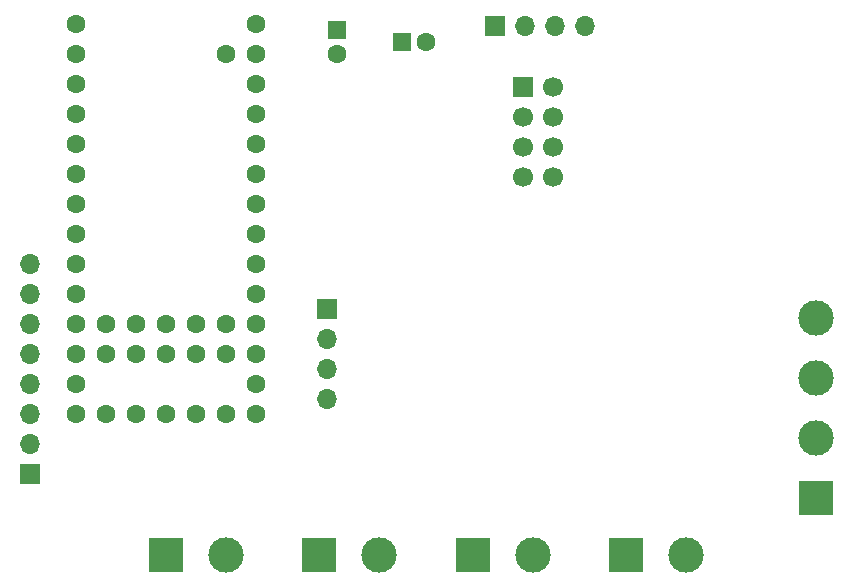
<source format=gbs>
%TF.GenerationSoftware,KiCad,Pcbnew,(6.0.6)*%
%TF.CreationDate,2022-07-07T23:15:42-04:00*%
%TF.ProjectId,Autohelm_ControlPanel,4175746f-6865-46c6-9d5f-436f6e74726f,rev?*%
%TF.SameCoordinates,Original*%
%TF.FileFunction,Soldermask,Bot*%
%TF.FilePolarity,Negative*%
%FSLAX46Y46*%
G04 Gerber Fmt 4.6, Leading zero omitted, Abs format (unit mm)*
G04 Created by KiCad (PCBNEW (6.0.6)) date 2022-07-07 23:15:42*
%MOMM*%
%LPD*%
G01*
G04 APERTURE LIST*
%ADD10R,1.700000X1.700000*%
%ADD11O,1.700000X1.700000*%
%ADD12R,3.000000X3.000000*%
%ADD13C,3.000000*%
%ADD14C,1.600000*%
%ADD15C,1.700000*%
%ADD16R,1.600000X1.600000*%
G04 APERTURE END LIST*
D10*
%TO.C,U3*%
X131600000Y-92160000D03*
D11*
X131600000Y-94700000D03*
X131600000Y-97240000D03*
X131600000Y-99780000D03*
%TD*%
D12*
%TO.C,J1*%
X173000000Y-108120000D03*
D13*
X173000000Y-103040000D03*
X173000000Y-97960000D03*
X173000000Y-92880000D03*
%TD*%
D14*
%TO.C,U4*%
X110380000Y-67990000D03*
X110380000Y-70530000D03*
X110380000Y-73070000D03*
X110380000Y-75610000D03*
X110380000Y-78150000D03*
X110380000Y-80690000D03*
X110380000Y-83230000D03*
X110380000Y-85770000D03*
X110380000Y-88310000D03*
X110380000Y-90850000D03*
X110380000Y-93390000D03*
X110380000Y-95930000D03*
X110380000Y-98470000D03*
X110380000Y-101010000D03*
X112920000Y-101010000D03*
X115460000Y-101010000D03*
X118000000Y-101010000D03*
X120540000Y-101010000D03*
X123080000Y-101010000D03*
X125620000Y-101010000D03*
X125620000Y-98470000D03*
X125620000Y-95930000D03*
X125620000Y-93390000D03*
X125620000Y-90850000D03*
X125620000Y-88310000D03*
X125620000Y-85770000D03*
X125620000Y-83230000D03*
X125620000Y-80690000D03*
X125620000Y-78150000D03*
X125620000Y-75610000D03*
X125620000Y-73070000D03*
X125620000Y-70530000D03*
X125620000Y-67990000D03*
X123080000Y-70530000D03*
X123080000Y-95930000D03*
X123080000Y-93390000D03*
X120540000Y-95930000D03*
X120540000Y-93390000D03*
X118000000Y-95930000D03*
X118000000Y-93390000D03*
X115460000Y-95930000D03*
X115460000Y-93390000D03*
X112920000Y-95930000D03*
X112920000Y-93390000D03*
%TD*%
D12*
%TO.C,SW3*%
X130960000Y-113000000D03*
D13*
X136040000Y-113000000D03*
%TD*%
D12*
%TO.C,SW4*%
X117960000Y-113000000D03*
D13*
X123040000Y-113000000D03*
%TD*%
D12*
%TO.C,SW2*%
X143960000Y-113000000D03*
D13*
X149040000Y-113000000D03*
%TD*%
D12*
%TO.C,SW1*%
X156960000Y-113000000D03*
D13*
X162040000Y-113000000D03*
%TD*%
D10*
%TO.C,U1*%
X148200000Y-73375000D03*
D15*
X150740000Y-73375000D03*
X148200000Y-75915000D03*
X150740000Y-75915000D03*
X148200000Y-78455000D03*
X150740000Y-78455000D03*
X148200000Y-80995000D03*
X150740000Y-80995000D03*
%TD*%
D16*
%TO.C,C2*%
X132500000Y-68544888D03*
D14*
X132500000Y-70544888D03*
%TD*%
D10*
%TO.C,U2*%
X145800000Y-68200000D03*
D11*
X148340000Y-68200000D03*
X150880000Y-68200000D03*
X153420000Y-68200000D03*
%TD*%
D16*
%TO.C,C1*%
X138000000Y-69500000D03*
D14*
X140000000Y-69500000D03*
%TD*%
D10*
%TO.C,U5*%
X106500000Y-106090000D03*
D11*
X106500000Y-103550000D03*
X106500000Y-101010000D03*
X106500000Y-98470000D03*
X106500000Y-95930000D03*
X106500000Y-93390000D03*
X106500000Y-90850000D03*
X106500000Y-88310000D03*
%TD*%
M02*

</source>
